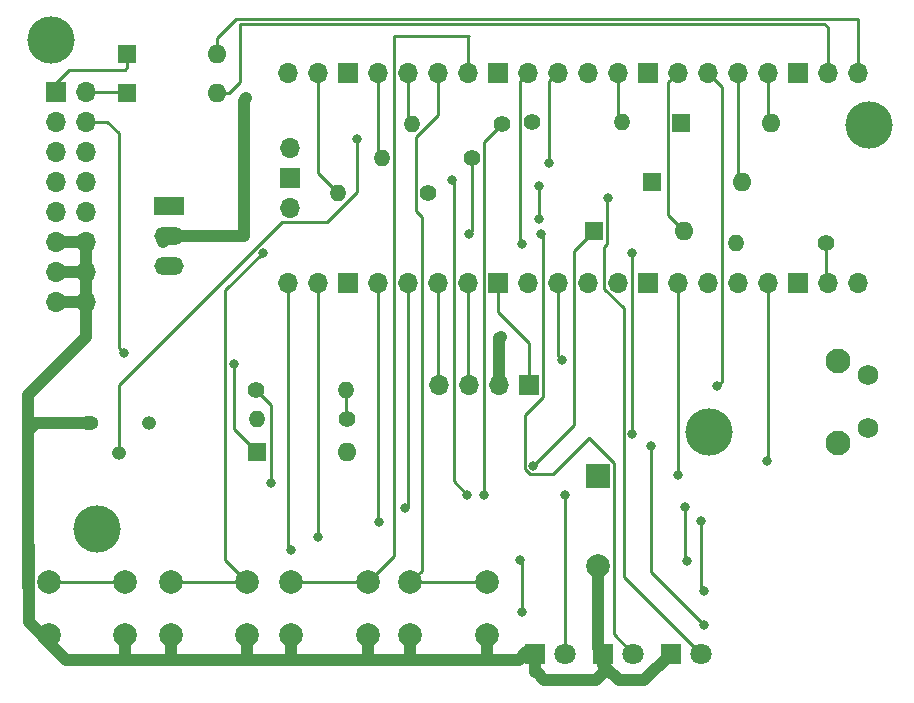
<source format=gbr>
%TF.GenerationSoftware,KiCad,Pcbnew,7.0.8*%
%TF.CreationDate,2023-11-12T18:19:46+02:00*%
%TF.ProjectId,PicoDrive,5069636f-4472-4697-9665-2e6b69636164,rev?*%
%TF.SameCoordinates,PX55854f8PY4548d10*%
%TF.FileFunction,Copper,L2,Bot*%
%TF.FilePolarity,Positive*%
%FSLAX46Y46*%
G04 Gerber Fmt 4.6, Leading zero omitted, Abs format (unit mm)*
G04 Created by KiCad (PCBNEW 7.0.8) date 2023-11-12 18:19:46*
%MOMM*%
%LPD*%
G01*
G04 APERTURE LIST*
%TA.AperFunction,ComponentPad*%
%ADD10R,2.000000X2.000000*%
%TD*%
%TA.AperFunction,ComponentPad*%
%ADD11C,2.000000*%
%TD*%
%TA.AperFunction,ComponentPad*%
%ADD12O,1.700000X1.700000*%
%TD*%
%TA.AperFunction,ComponentPad*%
%ADD13R,1.700000X1.700000*%
%TD*%
%TA.AperFunction,ComponentPad*%
%ADD14C,1.400000*%
%TD*%
%TA.AperFunction,ComponentPad*%
%ADD15O,1.400000X1.400000*%
%TD*%
%TA.AperFunction,ComponentPad*%
%ADD16R,1.600000X1.600000*%
%TD*%
%TA.AperFunction,ComponentPad*%
%ADD17O,1.600000X1.600000*%
%TD*%
%TA.AperFunction,ComponentPad*%
%ADD18R,1.800000X1.800000*%
%TD*%
%TA.AperFunction,ComponentPad*%
%ADD19C,1.800000*%
%TD*%
%TA.AperFunction,ComponentPad*%
%ADD20O,1.600000X1.200000*%
%TD*%
%TA.AperFunction,ComponentPad*%
%ADD21O,1.200000X1.200000*%
%TD*%
%TA.AperFunction,ComponentPad*%
%ADD22C,2.100000*%
%TD*%
%TA.AperFunction,ComponentPad*%
%ADD23C,1.750000*%
%TD*%
%TA.AperFunction,ComponentPad*%
%ADD24R,2.500000X1.500000*%
%TD*%
%TA.AperFunction,ComponentPad*%
%ADD25O,2.500000X1.500000*%
%TD*%
%TA.AperFunction,ViaPad*%
%ADD26C,4.000000*%
%TD*%
%TA.AperFunction,ViaPad*%
%ADD27C,0.800000*%
%TD*%
%TA.AperFunction,Conductor*%
%ADD28C,0.250000*%
%TD*%
%TA.AperFunction,Conductor*%
%ADD29C,1.000000*%
%TD*%
G04 APERTURE END LIST*
D10*
%TO.P,BZ1,1,-*%
%TO.N,Net-(BZ1--)*%
X49300000Y-39800000D03*
D11*
%TO.P,BZ1,2,+*%
%TO.N,/GND*%
X49300000Y-47400000D03*
%TD*%
D12*
%TO.P,U1,1,GPIO0*%
%TO.N,Net-(D1-A)*%
X71295000Y-5670000D03*
%TO.P,U1,2,GPIO1*%
%TO.N,Net-(D2-A)*%
X68755000Y-5670000D03*
D13*
%TO.P,U1,3,GND*%
%TO.N,unconnected-(U1-GND-Pad3)*%
X66215000Y-5670000D03*
D12*
%TO.P,U1,4,GPIO2*%
%TO.N,Net-(D15-A)*%
X63675000Y-5670000D03*
%TO.P,U1,5,GPIO3*%
%TO.N,Net-(D14-A)*%
X61135000Y-5670000D03*
%TO.P,U1,6,GPIO4*%
%TO.N,Net-(U1-GPIO4)*%
X58595000Y-5670000D03*
%TO.P,U1,7,GPIO5*%
%TO.N,Net-(D12-A)*%
X56055000Y-5670000D03*
D13*
%TO.P,U1,8,GND*%
%TO.N,unconnected-(U1-GND-Pad8)*%
X53515000Y-5670000D03*
D12*
%TO.P,U1,9,GPIO6*%
%TO.N,Net-(U1-GPIO6)*%
X50975000Y-5670000D03*
%TO.P,U1,10,GPIO7*%
%TO.N,unconnected-(U1-GPIO7-Pad10)*%
X48435000Y-5670000D03*
%TO.P,U1,11,GPIO8*%
%TO.N,Net-(U1-GPIO8)*%
X45895000Y-5670000D03*
%TO.P,U1,12,GPIO9*%
%TO.N,Net-(U1-GPIO9)*%
X43355000Y-5670000D03*
D13*
%TO.P,U1,13,GND*%
%TO.N,unconnected-(U1-GND-Pad13)*%
X40815000Y-5670000D03*
D12*
%TO.P,U1,14,GPIO10*%
%TO.N,Net-(U1-GPIO10)*%
X38275000Y-5670000D03*
%TO.P,U1,15,GPIO11*%
%TO.N,Net-(U1-GPIO11)*%
X35735000Y-5670000D03*
%TO.P,U1,16,GPIO12*%
%TO.N,Net-(U1-GPIO12)*%
X33195000Y-5670000D03*
%TO.P,U1,17,GPIO13*%
%TO.N,Net-(U1-GPIO13)*%
X30655000Y-5670000D03*
D13*
%TO.P,U1,18,GND*%
%TO.N,/GND*%
X28115000Y-5670000D03*
D12*
%TO.P,U1,19,GPIO14*%
%TO.N,Net-(U1-GPIO14)*%
X25575000Y-5670000D03*
%TO.P,U1,20,GPIO15*%
%TO.N,Net-(J4-DET)*%
X23035000Y-5670000D03*
%TO.P,U1,21,GPIO16*%
%TO.N,/MISO*%
X23035000Y-23450000D03*
%TO.P,U1,22,GPIO17*%
%TO.N,/CS*%
X25575000Y-23450000D03*
D13*
%TO.P,U1,23,GND*%
%TO.N,unconnected-(U1-GND-Pad23)*%
X28115000Y-23450000D03*
D12*
%TO.P,U1,24,GPIO18*%
%TO.N,/SCK*%
X30655000Y-23450000D03*
%TO.P,U1,25,GPIO19*%
%TO.N,/MOSI*%
X33195000Y-23450000D03*
%TO.P,U1,26,GPIO20*%
%TO.N,Net-(J3-Pin_4)*%
X35735000Y-23450000D03*
%TO.P,U1,27,GPIO21*%
%TO.N,Net-(J3-Pin_3)*%
X38275000Y-23450000D03*
D13*
%TO.P,U1,28,GND*%
%TO.N,Net-(J3-Pin_1)*%
X40815000Y-23450000D03*
D12*
%TO.P,U1,29,GPIO22*%
%TO.N,unconnected-(U1-GPIO22-Pad29)*%
X43355000Y-23450000D03*
%TO.P,U1,30,RUN*%
%TO.N,Net-(U1-RUN)*%
X45895000Y-23450000D03*
%TO.P,U1,31,GPIO26_ADC0*%
%TO.N,unconnected-(U1-GPIO26_ADC0-Pad31)*%
X48435000Y-23450000D03*
%TO.P,U1,32,GPIO27_ADC1*%
%TO.N,unconnected-(U1-GPIO27_ADC1-Pad32)*%
X50975000Y-23450000D03*
D13*
%TO.P,U1,33,AGND*%
%TO.N,unconnected-(U1-AGND-Pad33)*%
X53515000Y-23450000D03*
D12*
%TO.P,U1,34,GPIO28_ADC2*%
%TO.N,Net-(BZ1--)*%
X56055000Y-23450000D03*
%TO.P,U1,35,ADC_VREF*%
%TO.N,unconnected-(U1-ADC_VREF-Pad35)*%
X58595000Y-23450000D03*
%TO.P,U1,36,3V3*%
%TO.N,unconnected-(U1-3V3-Pad36)*%
X61135000Y-23450000D03*
%TO.P,U1,37,3V3_EN*%
%TO.N,/VCC 3.3V*%
X63675000Y-23450000D03*
D13*
%TO.P,U1,38,GND*%
%TO.N,unconnected-(U1-GND-Pad38)*%
X66215000Y-23450000D03*
D12*
%TO.P,U1,39,VSYS*%
%TO.N,Net-(J3-Pin_2)*%
X68755000Y-23450000D03*
%TO.P,U1,40,VBUS*%
%TO.N,unconnected-(U1-VBUS-Pad40)*%
X71295000Y-23450000D03*
%TO.P,U1,41,SWCLK*%
%TO.N,unconnected-(U1-SWCLK-Pad41)*%
X23265000Y-12020000D03*
D13*
%TO.P,U1,42,GND*%
%TO.N,unconnected-(U1-GND-Pad42)*%
X23265000Y-14560000D03*
D12*
%TO.P,U1,43,SWDIO*%
%TO.N,unconnected-(U1-SWDIO-Pad43)*%
X23265000Y-17100000D03*
%TD*%
D13*
%TO.P,J1,1a,Pin_1a*%
%TO.N,Net-(D1-K)*%
X3435000Y-7255000D03*
D12*
%TO.P,J1,1b,Pin_1b*%
%TO.N,Net-(D2-K)*%
X5975000Y-7255000D03*
%TO.P,J1,2a,Pin_2a*%
%TO.N,Net-(D15-K)*%
X3435000Y-9795000D03*
%TO.P,J1,2b,Pin_2b*%
%TO.N,Net-(D11-K)*%
X5975000Y-9795000D03*
%TO.P,J1,3a,Pin_3a*%
%TO.N,unconnected-(J1-Pin_3a-Pad3a)*%
X3435000Y-12335000D03*
%TO.P,J1,3b,Pin_3b*%
%TO.N,unconnected-(J1-Pin_3b-Pad3b)*%
X5975000Y-12335000D03*
%TO.P,J1,4a,Pin_4a*%
%TO.N,Net-(J1-Pin_4a)*%
X3435000Y-14875000D03*
%TO.P,J1,4b,Pin_4b*%
%TO.N,Net-(J1-Pin_4b)*%
X5975000Y-14875000D03*
%TO.P,J1,5a,Pin_5a*%
%TO.N,Net-(D12-K)*%
X3435000Y-17415000D03*
%TO.P,J1,5b,Pin_5b*%
%TO.N,Net-(D14-K)*%
X5975000Y-17415000D03*
%TO.P,J1,6a,Pin_6a*%
%TO.N,/GND*%
X3435000Y-19955000D03*
%TO.P,J1,6b,Pin_6b*%
X5975000Y-19955000D03*
%TO.P,J1,7a,Pin_7a*%
X3435000Y-22495000D03*
%TO.P,J1,7b,Pin_7b*%
X5975000Y-22495000D03*
%TO.P,J1,8a,Pin_8a*%
X3435000Y-25035000D03*
%TO.P,J1,8b,Pin_8b*%
X5975000Y-25035000D03*
%TD*%
D14*
%TO.P,R22,1*%
%TO.N,Net-(Q3-B)*%
X43705000Y-9825000D03*
D15*
%TO.P,R22,2*%
%TO.N,Net-(U1-GPIO6)*%
X51325000Y-9825000D03*
%TD*%
D14*
%TO.P,R6,1*%
%TO.N,Net-(BL_LED1-A)*%
X34935000Y-15850000D03*
D15*
%TO.P,R6,2*%
%TO.N,Net-(U1-GPIO14)*%
X27315000Y-15850000D03*
%TD*%
D14*
%TO.P,R7,1*%
%TO.N,Net-(RD_LED1-A)*%
X38610000Y-12850000D03*
D15*
%TO.P,R7,2*%
%TO.N,Net-(U1-GPIO13)*%
X30990000Y-12850000D03*
%TD*%
D16*
%TO.P,D2,1,K*%
%TO.N,Net-(D2-K)*%
X9455000Y-7350000D03*
D17*
%TO.P,D2,2,A*%
%TO.N,Net-(D2-A)*%
X17075000Y-7350000D03*
%TD*%
D14*
%TO.P,R26,1*%
%TO.N,Net-(U1-GPIO4)*%
X28025000Y-35000000D03*
D15*
%TO.P,R26,2*%
%TO.N,/GND*%
X20405000Y-35000000D03*
%TD*%
D18*
%TO.P,BL_LED1,1,K*%
%TO.N,/GND*%
X55475000Y-54862500D03*
D19*
%TO.P,BL_LED1,2,A*%
%TO.N,Net-(BL_LED1-A)*%
X58015000Y-54862500D03*
%TD*%
D14*
%TO.P,R25,1*%
%TO.N,Net-(J1-Pin_4a)*%
X20330000Y-32500000D03*
D15*
%TO.P,R25,2*%
%TO.N,Net-(U1-GPIO4)*%
X27950000Y-32500000D03*
%TD*%
D18*
%TO.P,RD_LED1,1,K*%
%TO.N,/GND*%
X49775000Y-54862500D03*
D19*
%TO.P,RD_LED1,2,A*%
%TO.N,Net-(RD_LED1-A)*%
X52315000Y-54862500D03*
%TD*%
D20*
%TO.P,Q3,1,E*%
%TO.N,/GND*%
X6200000Y-35350000D03*
D21*
%TO.P,Q3,2,B*%
%TO.N,Net-(Q3-B)*%
X8740000Y-37890000D03*
%TO.P,Q3,3,C*%
%TO.N,Net-(D11-A)*%
X11280000Y-35350000D03*
%TD*%
D16*
%TO.P,D11,1,K*%
%TO.N,Net-(D11-K)*%
X20400000Y-37775000D03*
D17*
%TO.P,D11,2,A*%
%TO.N,Net-(D11-A)*%
X28020000Y-37775000D03*
%TD*%
D16*
%TO.P,D14,1,K*%
%TO.N,Net-(D14-K)*%
X53880000Y-14875000D03*
D17*
%TO.P,D14,2,A*%
%TO.N,Net-(D14-A)*%
X61500000Y-14875000D03*
%TD*%
D13*
%TO.P,J3,1,Pin_1*%
%TO.N,Net-(J3-Pin_1)*%
X43490000Y-32075000D03*
D12*
%TO.P,J3,2,Pin_2*%
%TO.N,Net-(J3-Pin_2)*%
X40950000Y-32075000D03*
%TO.P,J3,3,Pin_3*%
%TO.N,Net-(J3-Pin_3)*%
X38410000Y-32075000D03*
%TO.P,J3,4,Pin_4*%
%TO.N,Net-(J3-Pin_4)*%
X35870000Y-32075000D03*
%TD*%
D22*
%TO.P,SW_RST1,*%
%TO.N,*%
X69647500Y-30025000D03*
X69647500Y-37035000D03*
D23*
%TO.P,SW_RST1,1,1*%
%TO.N,Net-(U1-RUN)*%
X72137500Y-31275000D03*
%TO.P,SW_RST1,2,2*%
%TO.N,/GND*%
X72137500Y-35775000D03*
%TD*%
D14*
%TO.P,R8,1*%
%TO.N,Net-(GR_LED1-A)*%
X41175000Y-9975000D03*
D15*
%TO.P,R8,2*%
%TO.N,Net-(U1-GPIO12)*%
X33555000Y-9975000D03*
%TD*%
D24*
%TO.P,U2,1,Vin*%
%TO.N,Net-(J1-Pin_4b)*%
X12952500Y-16942500D03*
D25*
%TO.P,U2,2,GND*%
%TO.N,/GND*%
X12952500Y-19482500D03*
%TO.P,U2,3,Vout*%
%TO.N,Net-(J3-Pin_2)*%
X12952500Y-22022500D03*
%TD*%
D14*
%TO.P,R21,1*%
%TO.N,Net-(J3-Pin_2)*%
X68600000Y-20100000D03*
D15*
%TO.P,R21,2*%
%TO.N,Net-(D11-A)*%
X60980000Y-20100000D03*
%TD*%
D11*
%TO.P,SW_ENT1,1,1*%
%TO.N,/GND*%
X29800000Y-53250000D03*
X23300000Y-53250000D03*
%TO.P,SW_ENT1,2,2*%
%TO.N,Net-(U1-GPIO10)*%
X29800000Y-48750000D03*
X23300000Y-48750000D03*
%TD*%
D16*
%TO.P,D15,1,K*%
%TO.N,Net-(D15-K)*%
X56380000Y-9925000D03*
D17*
%TO.P,D15,2,A*%
%TO.N,Net-(D15-A)*%
X64000000Y-9925000D03*
%TD*%
D18*
%TO.P,GR_LED1,1,K*%
%TO.N,/GND*%
X44010000Y-54887500D03*
D19*
%TO.P,GR_LED1,2,A*%
%TO.N,Net-(GR_LED1-A)*%
X46550000Y-54887500D03*
%TD*%
D16*
%TO.P,D1,1,K*%
%TO.N,Net-(D1-K)*%
X9455000Y-4075000D03*
D17*
%TO.P,D1,2,A*%
%TO.N,Net-(D1-A)*%
X17075000Y-4075000D03*
%TD*%
D11*
%TO.P,SW_NXT1,1,1*%
%TO.N,/GND*%
X19625000Y-53250000D03*
X13125000Y-53250000D03*
%TO.P,SW_NXT1,2,2*%
%TO.N,Net-(U1-GPIO9)*%
X19625000Y-48750000D03*
X13125000Y-48750000D03*
%TD*%
D16*
%TO.P,D12,1,K*%
%TO.N,Net-(D12-K)*%
X48965000Y-19050000D03*
D17*
%TO.P,D12,2,A*%
%TO.N,Net-(D12-A)*%
X56585000Y-19050000D03*
%TD*%
D11*
%TO.P,SW_PRV1,1,1*%
%TO.N,/GND*%
X9300000Y-53250000D03*
X2800000Y-53250000D03*
%TO.P,SW_PRV1,2,2*%
%TO.N,Net-(U1-GPIO8)*%
X9300000Y-48750000D03*
X2800000Y-48750000D03*
%TD*%
%TO.P,SW_BCK1,1,1*%
%TO.N,/GND*%
X39925000Y-53300000D03*
X33425000Y-53300000D03*
%TO.P,SW_BCK1,2,2*%
%TO.N,Net-(U1-GPIO11)*%
X39925000Y-48800000D03*
X33425000Y-48800000D03*
%TD*%
D26*
%TO.N,*%
X6900000Y-44325000D03*
X3025000Y-2875000D03*
X58725000Y-36075000D03*
X72275000Y-10100000D03*
D27*
%TO.N,Net-(BZ1--)*%
X56125000Y-39675000D03*
%TO.N,/GND*%
X19525000Y-7825000D03*
%TO.N,Net-(GR_LED1-A)*%
X39675000Y-41375000D03*
X46550000Y-41375000D03*
%TO.N,Net-(RD_LED1-A)*%
X44450000Y-19300000D03*
X38400000Y-19300000D03*
%TO.N,Net-(BL_LED1-A)*%
X50150000Y-16250000D03*
%TO.N,Net-(D11-K)*%
X18475000Y-30350000D03*
X9175000Y-29425000D03*
%TO.N,Net-(D11-A)*%
X52150000Y-20950000D03*
X52200000Y-36250000D03*
%TO.N,Net-(D12-K)*%
X43850000Y-38925000D03*
%TO.N,Net-(D14-K)*%
X44275000Y-18000000D03*
X44275000Y-15250000D03*
%TO.N,Net-(J1-Pin_4a)*%
X21625000Y-40375000D03*
%TO.N,/CS*%
X25600000Y-44925000D03*
%TO.N,/SCK*%
X58300000Y-49500000D03*
X58025000Y-43625000D03*
X30800000Y-43700000D03*
%TO.N,/MOSI*%
X56850000Y-47000000D03*
X56700000Y-42450000D03*
X33000000Y-42525000D03*
%TO.N,/MISO*%
X23325000Y-46050000D03*
X42875000Y-51300000D03*
X42675000Y-46875000D03*
%TO.N,Net-(J3-Pin_2)*%
X41075000Y-28027500D03*
%TO.N,/VCC 3.3V*%
X63650000Y-38550000D03*
%TO.N,Net-(J4-DET)*%
X53768476Y-37243476D03*
X58275000Y-52400000D03*
%TO.N,Net-(Q3-B)*%
X28900000Y-11275000D03*
%TO.N,Net-(U1-GPIO4)*%
X59375000Y-32200000D03*
%TO.N,Net-(U1-RUN)*%
X46225000Y-29975000D03*
%TO.N,Net-(U1-GPIO8)*%
X38225000Y-41375000D03*
X36975000Y-14700000D03*
X45175000Y-13300000D03*
%TO.N,Net-(U1-GPIO9)*%
X42900000Y-20175000D03*
X20925000Y-20900000D03*
%TD*%
D28*
%TO.N,Net-(BZ1--)*%
X56055000Y-38055000D02*
X56055000Y-37925000D01*
X56100000Y-38100000D02*
X56055000Y-38055000D01*
X56055000Y-37925000D02*
X56055000Y-23450000D01*
X56125000Y-39675000D02*
X56125000Y-37995000D01*
X56125000Y-37995000D02*
X56055000Y-37925000D01*
D29*
%TO.N,/GND*%
X12480000Y-19955000D02*
X12952500Y-19482500D01*
X23300000Y-55187500D02*
X23300000Y-53250000D01*
X5975000Y-28025000D02*
X1025000Y-32975000D01*
X1025000Y-36025000D02*
X1700000Y-35350000D01*
D28*
X9300000Y-53250000D02*
X9300000Y-55012500D01*
D29*
X12952500Y-19482500D02*
X19332500Y-19482500D01*
X33750000Y-55362500D02*
X33425000Y-55037500D01*
X49775000Y-55800000D02*
X50100000Y-56125000D01*
X1100000Y-52162500D02*
X1100000Y-45712500D01*
X49175000Y-57050000D02*
X50100000Y-56125000D01*
X13300000Y-55362500D02*
X19400000Y-55362500D01*
X13300000Y-55362500D02*
X13125000Y-55187500D01*
X13125000Y-55187500D02*
X13125000Y-53250000D01*
X49300000Y-47400000D02*
X49300000Y-54387500D01*
X3435000Y-25035000D02*
X5975000Y-25035000D01*
X44725000Y-57050000D02*
X49175000Y-57050000D01*
X1025000Y-42550000D02*
X1025000Y-49200000D01*
X3435000Y-19955000D02*
X5975000Y-19955000D01*
X19332500Y-8017500D02*
X19525000Y-7825000D01*
X3435000Y-22495000D02*
X5975000Y-22495000D01*
X12725000Y-55362500D02*
X9425000Y-55362500D01*
X5975000Y-19955000D02*
X5975000Y-22495000D01*
X23475000Y-55362500D02*
X23300000Y-55187500D01*
X29800000Y-53250000D02*
X29800000Y-55087500D01*
X50100000Y-56125000D02*
X51075000Y-57100000D01*
X33425000Y-55037500D02*
X33425000Y-53300000D01*
X30075000Y-55362500D02*
X33750000Y-55362500D01*
X51075000Y-57100000D02*
X53237500Y-57100000D01*
X1025000Y-36025000D02*
X1025000Y-42550000D01*
X1025000Y-32975000D02*
X1025000Y-36025000D01*
X9425000Y-55362500D02*
X9300000Y-55237500D01*
X19332500Y-19482500D02*
X19332500Y-8017500D01*
X19625000Y-53250000D02*
X19625000Y-55137500D01*
X53237500Y-57100000D02*
X55475000Y-54862500D01*
X4300000Y-55362500D02*
X1100000Y-52162500D01*
X44010000Y-56435000D02*
X44110000Y-56435000D01*
D28*
X9300000Y-55012500D02*
X9350000Y-55062500D01*
D29*
X39925000Y-55187500D02*
X39925000Y-53300000D01*
X44010000Y-54887500D02*
X44010000Y-56435000D01*
X44110000Y-56435000D02*
X44725000Y-57050000D01*
X49300000Y-54387500D02*
X49775000Y-54862500D01*
D28*
X13125000Y-54962500D02*
X12725000Y-55362500D01*
D29*
X19400000Y-55362500D02*
X23475000Y-55362500D01*
X9425000Y-55362500D02*
X4300000Y-55362500D01*
X12725000Y-55362500D02*
X13300000Y-55362500D01*
X33750000Y-55362500D02*
X39750000Y-55362500D01*
X23475000Y-55362500D02*
X30075000Y-55362500D01*
X42600000Y-55362500D02*
X39750000Y-55362500D01*
X39750000Y-55362500D02*
X39925000Y-55187500D01*
X43250000Y-54712500D02*
X42600000Y-55362500D01*
X1700000Y-35350000D02*
X6200000Y-35350000D01*
X29800000Y-55087500D02*
X30075000Y-55362500D01*
X9300000Y-55237500D02*
X9300000Y-53250000D01*
X19625000Y-55137500D02*
X19400000Y-55362500D01*
X5975000Y-25035000D02*
X5975000Y-28025000D01*
X49775000Y-54862500D02*
X49775000Y-55800000D01*
X5975000Y-22495000D02*
X5975000Y-25035000D01*
D28*
%TO.N,Net-(GR_LED1-A)*%
X46550000Y-41375000D02*
X46550000Y-54887500D01*
X39640000Y-35740305D02*
X39640000Y-41340000D01*
X39640000Y-41340000D02*
X39675000Y-41375000D01*
X39640000Y-11510000D02*
X41175000Y-9975000D01*
X39640000Y-35740305D02*
X39640000Y-11510000D01*
%TO.N,Net-(RD_LED1-A)*%
X43125000Y-39225305D02*
X43125000Y-34662345D01*
X38610000Y-19090000D02*
X38610000Y-12850000D01*
X50625000Y-53172500D02*
X50625000Y-38665380D01*
X52315000Y-54862500D02*
X50625000Y-53172500D01*
X38400000Y-19300000D02*
X38610000Y-19090000D01*
X43549695Y-39650000D02*
X43125000Y-39225305D01*
X44665000Y-33122345D02*
X44665000Y-19515000D01*
X44665000Y-19515000D02*
X44450000Y-19300000D01*
X48560071Y-36600451D02*
X45510522Y-39650000D01*
X50625000Y-38665380D02*
X48560071Y-36600451D01*
X43125000Y-34662345D02*
X44665000Y-33122345D01*
X45510522Y-39650000D02*
X43549695Y-39650000D01*
%TO.N,Net-(BL_LED1-A)*%
X50100000Y-16300000D02*
X50150000Y-16250000D01*
X49800000Y-23935054D02*
X49800000Y-20450000D01*
X50100000Y-20150000D02*
X50100000Y-16300000D01*
X49800000Y-20450000D02*
X50100000Y-20150000D01*
X58015000Y-54862500D02*
X51475000Y-48322500D01*
X51475000Y-25610054D02*
X49800000Y-23935054D01*
X51475000Y-48322500D02*
X51475000Y-25610054D01*
%TO.N,Net-(D11-K)*%
X18475000Y-35850000D02*
X20400000Y-37775000D01*
X7770000Y-9795000D02*
X8750000Y-10775000D01*
X18475000Y-30350000D02*
X18475000Y-35850000D01*
X5975000Y-9795000D02*
X7770000Y-9795000D01*
X8750000Y-10775000D02*
X8750000Y-29000000D01*
X8750000Y-29000000D02*
X9175000Y-29425000D01*
X6030000Y-9850000D02*
X5975000Y-9795000D01*
%TO.N,Net-(D11-A)*%
X52200000Y-21000000D02*
X52150000Y-20950000D01*
X52200000Y-36250000D02*
X52200000Y-21000000D01*
%TO.N,Net-(D12-K)*%
X43850000Y-38925000D02*
X47260000Y-35515000D01*
X47260000Y-35515000D02*
X47260000Y-20755000D01*
X47260000Y-20755000D02*
X48965000Y-19050000D01*
%TO.N,Net-(D12-A)*%
X56055000Y-5670000D02*
X55255000Y-6470000D01*
X55255000Y-6470000D02*
X55255000Y-17720000D01*
X55255000Y-17720000D02*
X56585000Y-19050000D01*
%TO.N,Net-(D14-K)*%
X44275000Y-18000000D02*
X44275000Y-15250000D01*
%TO.N,Net-(D14-A)*%
X61135000Y-5670000D02*
X61135000Y-14510000D01*
X61135000Y-14510000D02*
X61500000Y-14875000D01*
%TO.N,Net-(D15-A)*%
X63675000Y-5670000D02*
X63675000Y-9600000D01*
X63675000Y-9600000D02*
X64000000Y-9925000D01*
%TO.N,Net-(J1-Pin_4a)*%
X20330000Y-32500000D02*
X21625000Y-33795000D01*
X21625000Y-33795000D02*
X21625000Y-40375000D01*
%TO.N,/CS*%
X25575000Y-23450000D02*
X25575000Y-44900000D01*
X25575000Y-44900000D02*
X25600000Y-44925000D01*
%TO.N,/SCK*%
X58025000Y-49225000D02*
X58300000Y-49500000D01*
X30655000Y-43555000D02*
X30800000Y-43700000D01*
X58025000Y-43625000D02*
X58025000Y-49225000D01*
X30655000Y-23450000D02*
X30655000Y-43555000D01*
%TO.N,/MOSI*%
X56700000Y-46850000D02*
X56850000Y-47000000D01*
X56700000Y-42450000D02*
X56700000Y-46850000D01*
X33195000Y-42330000D02*
X33000000Y-42525000D01*
X33195000Y-23450000D02*
X33195000Y-42330000D01*
%TO.N,/MISO*%
X23035000Y-23450000D02*
X23035000Y-45760000D01*
X42875000Y-47075000D02*
X42875000Y-51300000D01*
X23035000Y-45760000D02*
X23325000Y-46050000D01*
X42675000Y-46875000D02*
X42875000Y-47075000D01*
%TO.N,Net-(J3-Pin_1)*%
X40815000Y-23450000D02*
X40815000Y-25890000D01*
X43490000Y-28565000D02*
X43490000Y-32075000D01*
X40815000Y-25890000D02*
X43490000Y-28565000D01*
D29*
%TO.N,Net-(J3-Pin_2)*%
X40950000Y-32075000D02*
X40950000Y-28152500D01*
X40950000Y-28152500D02*
X41075000Y-28027500D01*
D28*
X68600000Y-23295000D02*
X68755000Y-23450000D01*
X68600000Y-20100000D02*
X68600000Y-23295000D01*
%TO.N,Net-(J3-Pin_3)*%
X38275000Y-31940000D02*
X38410000Y-32075000D01*
X38275000Y-23450000D02*
X38275000Y-31940000D01*
%TO.N,Net-(J3-Pin_4)*%
X35735000Y-23450000D02*
X35735000Y-31940000D01*
X35735000Y-31940000D02*
X35870000Y-32075000D01*
%TO.N,Net-(D1-K)*%
X3435000Y-7255000D02*
X3435000Y-6490000D01*
X9455000Y-4075000D02*
X9455000Y-5195000D01*
X4525000Y-5400000D02*
X9250000Y-5400000D01*
X3435000Y-6490000D02*
X4525000Y-5400000D01*
X9455000Y-5195000D02*
X9250000Y-5400000D01*
%TO.N,/VCC 3.3V*%
X63675000Y-38525000D02*
X63675000Y-23450000D01*
X63650000Y-38550000D02*
X63675000Y-38525000D01*
%TO.N,Net-(J4-DET)*%
X53768476Y-37243476D02*
X53768476Y-47893476D01*
X53768476Y-47893476D02*
X58275000Y-52400000D01*
%TO.N,Net-(Q3-B)*%
X8740000Y-32059695D02*
X22529351Y-18270344D01*
X28900000Y-15750000D02*
X28900000Y-11275000D01*
X22529351Y-18270344D02*
X26379656Y-18270344D01*
X8740000Y-37890000D02*
X8740000Y-32059695D01*
X26379656Y-18270344D02*
X28900000Y-15750000D01*
%TO.N,Net-(U1-GPIO14)*%
X25575000Y-14110000D02*
X27315000Y-15850000D01*
X25575000Y-5670000D02*
X25575000Y-14110000D01*
%TO.N,Net-(U1-GPIO13)*%
X30655000Y-12515000D02*
X30990000Y-12850000D01*
X30655000Y-5670000D02*
X30655000Y-12515000D01*
%TO.N,Net-(U1-GPIO12)*%
X33195000Y-9615000D02*
X33555000Y-9975000D01*
X33195000Y-5670000D02*
X33195000Y-9615000D01*
%TO.N,Net-(U1-GPIO6)*%
X50975000Y-9475000D02*
X51325000Y-9825000D01*
X50975000Y-5670000D02*
X50975000Y-9475000D01*
%TO.N,Net-(U1-GPIO4)*%
X59770000Y-31380000D02*
X59770000Y-31805000D01*
X58595000Y-5670000D02*
X59770000Y-6845000D01*
X27950000Y-34925000D02*
X28025000Y-35000000D01*
X27950000Y-32500000D02*
X27950000Y-34925000D01*
X59770000Y-6845000D02*
X59770000Y-31380000D01*
X59770000Y-31805000D02*
X59375000Y-32200000D01*
%TO.N,Net-(U1-RUN)*%
X45895000Y-23450000D02*
X45895000Y-29645000D01*
X45895000Y-29645000D02*
X46225000Y-29975000D01*
%TO.N,Net-(U1-GPIO8)*%
X45175000Y-13300000D02*
X45175000Y-6390000D01*
X38225000Y-41375000D02*
X37100000Y-40250000D01*
X45175000Y-6390000D02*
X45895000Y-5670000D01*
X2800000Y-48750000D02*
X9300000Y-48750000D01*
X37100000Y-40250000D02*
X37100000Y-14825000D01*
X37100000Y-14825000D02*
X36975000Y-14700000D01*
%TO.N,Net-(U1-GPIO9)*%
X42680000Y-6345000D02*
X43355000Y-5670000D01*
X42900000Y-20175000D02*
X42680000Y-19955000D01*
X13125000Y-48750000D02*
X19625000Y-48750000D01*
X17750000Y-46875000D02*
X17750000Y-24075000D01*
X19625000Y-48750000D02*
X17750000Y-46875000D01*
X17750000Y-24075000D02*
X20925000Y-20900000D01*
X42680000Y-19955000D02*
X42680000Y-6345000D01*
%TO.N,Net-(U1-GPIO10)*%
X38365000Y-2560000D02*
X38275000Y-2650000D01*
X29800000Y-48750000D02*
X32015000Y-46535000D01*
X38275000Y-2650000D02*
X38275000Y-5670000D01*
X23300000Y-48750000D02*
X29800000Y-48750000D01*
X32015000Y-2560000D02*
X38365000Y-2560000D01*
X32015000Y-46535000D02*
X32015000Y-2560000D01*
%TO.N,Net-(U1-GPIO11)*%
X33425000Y-48800000D02*
X34370000Y-47855000D01*
X33425000Y-48800000D02*
X39925000Y-48800000D01*
X34370000Y-17862764D02*
X33910000Y-17402764D01*
X33910000Y-17402764D02*
X33910000Y-11067764D01*
X35735000Y-9242764D02*
X35735000Y-5670000D01*
X34370000Y-47855000D02*
X34370000Y-17862764D01*
X33910000Y-11067764D02*
X35735000Y-9242764D01*
%TO.N,Net-(D1-A)*%
X71295000Y-1080000D02*
X18695000Y-1080000D01*
X17075000Y-2700000D02*
X17075000Y-4075000D01*
X18695000Y-1080000D02*
X17075000Y-2700000D01*
X71295000Y-5670000D02*
X71295000Y-1080000D01*
%TO.N,Net-(D2-K)*%
X5975000Y-7255000D02*
X8820000Y-7255000D01*
%TO.N,Net-(D2-A)*%
X17075000Y-7350000D02*
X18075000Y-7350000D01*
X19000000Y-6425000D02*
X19000000Y-1530000D01*
X18075000Y-7350000D02*
X19000000Y-6425000D01*
X19000000Y-1530000D02*
X68480000Y-1530000D01*
X68480000Y-1530000D02*
X68755000Y-1805000D01*
X68755000Y-1805000D02*
X68755000Y-5670000D01*
X19000000Y-6435000D02*
X19000000Y-6425000D01*
%TD*%
M02*

</source>
